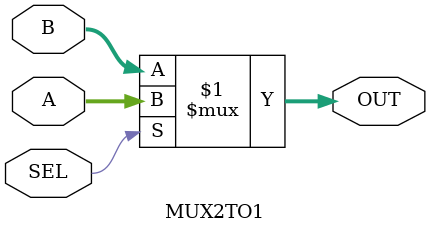
<source format=v>
module MUX2TO1 (
    input [7:0] A,
    input [7:0] B,
    input       SEL,
    output [7:0] OUT
);
    assign OUT = (SEL) ? A : B; 
    
endmodule

</source>
